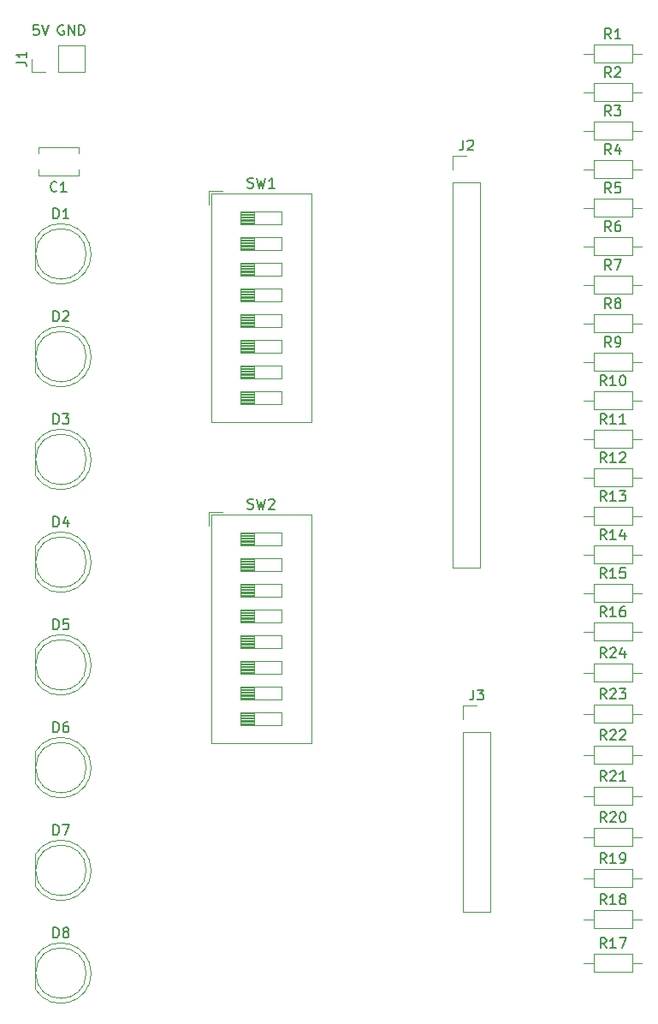
<source format=gbr>
%TF.GenerationSoftware,KiCad,Pcbnew,(5.1.12)-1*%
%TF.CreationDate,2022-08-27T08:41:51-05:00*%
%TF.ProjectId,LeProbe,4c655072-6f62-4652-9e6b-696361645f70,rev?*%
%TF.SameCoordinates,Original*%
%TF.FileFunction,Legend,Top*%
%TF.FilePolarity,Positive*%
%FSLAX46Y46*%
G04 Gerber Fmt 4.6, Leading zero omitted, Abs format (unit mm)*
G04 Created by KiCad (PCBNEW (5.1.12)-1) date 2022-08-27 08:41:51*
%MOMM*%
%LPD*%
G01*
G04 APERTURE LIST*
%ADD10C,0.150000*%
%ADD11C,0.120000*%
G04 APERTURE END LIST*
D10*
X86614095Y-32012000D02*
X86518857Y-31964380D01*
X86376000Y-31964380D01*
X86233142Y-32012000D01*
X86137904Y-32107238D01*
X86090285Y-32202476D01*
X86042666Y-32392952D01*
X86042666Y-32535809D01*
X86090285Y-32726285D01*
X86137904Y-32821523D01*
X86233142Y-32916761D01*
X86376000Y-32964380D01*
X86471238Y-32964380D01*
X86614095Y-32916761D01*
X86661714Y-32869142D01*
X86661714Y-32535809D01*
X86471238Y-32535809D01*
X87090285Y-32964380D02*
X87090285Y-31964380D01*
X87661714Y-32964380D01*
X87661714Y-31964380D01*
X88137904Y-32964380D02*
X88137904Y-31964380D01*
X88376000Y-31964380D01*
X88518857Y-32012000D01*
X88614095Y-32107238D01*
X88661714Y-32202476D01*
X88709333Y-32392952D01*
X88709333Y-32535809D01*
X88661714Y-32726285D01*
X88614095Y-32821523D01*
X88518857Y-32916761D01*
X88376000Y-32964380D01*
X88137904Y-32964380D01*
X84137523Y-31964380D02*
X83661333Y-31964380D01*
X83613714Y-32440571D01*
X83661333Y-32392952D01*
X83756571Y-32345333D01*
X83994666Y-32345333D01*
X84089904Y-32392952D01*
X84137523Y-32440571D01*
X84185142Y-32535809D01*
X84185142Y-32773904D01*
X84137523Y-32869142D01*
X84089904Y-32916761D01*
X83994666Y-32964380D01*
X83756571Y-32964380D01*
X83661333Y-32916761D01*
X83613714Y-32869142D01*
X84470857Y-31964380D02*
X84804190Y-32964380D01*
X85137523Y-31964380D01*
D11*
%TO.C,C1*%
X84106000Y-44671000D02*
X84106000Y-44046000D01*
X84106000Y-46886000D02*
X84106000Y-46261000D01*
X88146000Y-44671000D02*
X88146000Y-44046000D01*
X88146000Y-46886000D02*
X88146000Y-46261000D01*
X88146000Y-44046000D02*
X84106000Y-44046000D01*
X88146000Y-46886000D02*
X84106000Y-46886000D01*
%TO.C,D8*%
X89350000Y-125729538D02*
G75*
G02*
X83800000Y-127274830I-2990000J-462D01*
G01*
X89350000Y-125730462D02*
G75*
G03*
X83800000Y-124185170I-2990000J462D01*
G01*
X88860000Y-125730000D02*
G75*
G03*
X88860000Y-125730000I-2500000J0D01*
G01*
X83800000Y-124185000D02*
X83800000Y-127275000D01*
%TO.C,D7*%
X89350000Y-115569538D02*
G75*
G02*
X83800000Y-117114830I-2990000J-462D01*
G01*
X89350000Y-115570462D02*
G75*
G03*
X83800000Y-114025170I-2990000J462D01*
G01*
X88860000Y-115570000D02*
G75*
G03*
X88860000Y-115570000I-2500000J0D01*
G01*
X83800000Y-114025000D02*
X83800000Y-117115000D01*
%TO.C,D6*%
X83800000Y-103865000D02*
X83800000Y-106955000D01*
X88860000Y-105410000D02*
G75*
G03*
X88860000Y-105410000I-2500000J0D01*
G01*
X89350000Y-105410462D02*
G75*
G03*
X83800000Y-103865170I-2990000J462D01*
G01*
X89350000Y-105409538D02*
G75*
G02*
X83800000Y-106954830I-2990000J-462D01*
G01*
%TO.C,D5*%
X83800000Y-93705000D02*
X83800000Y-96795000D01*
X88860000Y-95250000D02*
G75*
G03*
X88860000Y-95250000I-2500000J0D01*
G01*
X89350000Y-95250462D02*
G75*
G03*
X83800000Y-93705170I-2990000J462D01*
G01*
X89350000Y-95249538D02*
G75*
G02*
X83800000Y-96794830I-2990000J-462D01*
G01*
%TO.C,D4*%
X89350000Y-85089538D02*
G75*
G02*
X83800000Y-86634830I-2990000J-462D01*
G01*
X89350000Y-85090462D02*
G75*
G03*
X83800000Y-83545170I-2990000J462D01*
G01*
X88860000Y-85090000D02*
G75*
G03*
X88860000Y-85090000I-2500000J0D01*
G01*
X83800000Y-83545000D02*
X83800000Y-86635000D01*
%TO.C,D3*%
X83800000Y-73385000D02*
X83800000Y-76475000D01*
X88860000Y-74930000D02*
G75*
G03*
X88860000Y-74930000I-2500000J0D01*
G01*
X89350000Y-74930462D02*
G75*
G03*
X83800000Y-73385170I-2990000J462D01*
G01*
X89350000Y-74929538D02*
G75*
G02*
X83800000Y-76474830I-2990000J-462D01*
G01*
%TO.C,D2*%
X89350000Y-64769538D02*
G75*
G02*
X83800000Y-66314830I-2990000J-462D01*
G01*
X89350000Y-64770462D02*
G75*
G03*
X83800000Y-63225170I-2990000J462D01*
G01*
X88860000Y-64770000D02*
G75*
G03*
X88860000Y-64770000I-2500000J0D01*
G01*
X83800000Y-63225000D02*
X83800000Y-66315000D01*
%TO.C,D1*%
X83800000Y-53065000D02*
X83800000Y-56155000D01*
X88860000Y-54610000D02*
G75*
G03*
X88860000Y-54610000I-2500000J0D01*
G01*
X89350000Y-54610462D02*
G75*
G03*
X83800000Y-53065170I-2990000J462D01*
G01*
X89350000Y-54609538D02*
G75*
G02*
X83800000Y-56154830I-2990000J-462D01*
G01*
%TO.C,J1*%
X83506000Y-36636000D02*
X83506000Y-35306000D01*
X84836000Y-36636000D02*
X83506000Y-36636000D01*
X86106000Y-36636000D02*
X86106000Y-33976000D01*
X86106000Y-33976000D02*
X88706000Y-33976000D01*
X86106000Y-36636000D02*
X88706000Y-36636000D01*
X88706000Y-36636000D02*
X88706000Y-33976000D01*
%TO.C,J2*%
X125162000Y-44898000D02*
X126492000Y-44898000D01*
X125162000Y-46228000D02*
X125162000Y-44898000D01*
X125162000Y-47498000D02*
X127822000Y-47498000D01*
X127822000Y-47498000D02*
X127822000Y-85658000D01*
X125162000Y-47498000D02*
X125162000Y-85658000D01*
X125162000Y-85658000D02*
X127822000Y-85658000D01*
%TO.C,J3*%
X126178000Y-99254000D02*
X127508000Y-99254000D01*
X126178000Y-100584000D02*
X126178000Y-99254000D01*
X126178000Y-101854000D02*
X128838000Y-101854000D01*
X128838000Y-101854000D02*
X128838000Y-119694000D01*
X126178000Y-101854000D02*
X126178000Y-119694000D01*
X126178000Y-119694000D02*
X128838000Y-119694000D01*
%TO.C,R1*%
X143840000Y-34798000D02*
X142890000Y-34798000D01*
X138100000Y-34798000D02*
X139050000Y-34798000D01*
X142890000Y-33878000D02*
X139050000Y-33878000D01*
X142890000Y-35718000D02*
X142890000Y-33878000D01*
X139050000Y-35718000D02*
X142890000Y-35718000D01*
X139050000Y-33878000D02*
X139050000Y-35718000D01*
%TO.C,R2*%
X139050000Y-37688000D02*
X139050000Y-39528000D01*
X139050000Y-39528000D02*
X142890000Y-39528000D01*
X142890000Y-39528000D02*
X142890000Y-37688000D01*
X142890000Y-37688000D02*
X139050000Y-37688000D01*
X138100000Y-38608000D02*
X139050000Y-38608000D01*
X143840000Y-38608000D02*
X142890000Y-38608000D01*
%TO.C,R3*%
X143840000Y-42418000D02*
X142890000Y-42418000D01*
X138100000Y-42418000D02*
X139050000Y-42418000D01*
X142890000Y-41498000D02*
X139050000Y-41498000D01*
X142890000Y-43338000D02*
X142890000Y-41498000D01*
X139050000Y-43338000D02*
X142890000Y-43338000D01*
X139050000Y-41498000D02*
X139050000Y-43338000D01*
%TO.C,R4*%
X139050000Y-45308000D02*
X139050000Y-47148000D01*
X139050000Y-47148000D02*
X142890000Y-47148000D01*
X142890000Y-47148000D02*
X142890000Y-45308000D01*
X142890000Y-45308000D02*
X139050000Y-45308000D01*
X138100000Y-46228000D02*
X139050000Y-46228000D01*
X143840000Y-46228000D02*
X142890000Y-46228000D01*
%TO.C,R5*%
X143840000Y-50038000D02*
X142890000Y-50038000D01*
X138100000Y-50038000D02*
X139050000Y-50038000D01*
X142890000Y-49118000D02*
X139050000Y-49118000D01*
X142890000Y-50958000D02*
X142890000Y-49118000D01*
X139050000Y-50958000D02*
X142890000Y-50958000D01*
X139050000Y-49118000D02*
X139050000Y-50958000D01*
%TO.C,R6*%
X139050000Y-52928000D02*
X139050000Y-54768000D01*
X139050000Y-54768000D02*
X142890000Y-54768000D01*
X142890000Y-54768000D02*
X142890000Y-52928000D01*
X142890000Y-52928000D02*
X139050000Y-52928000D01*
X138100000Y-53848000D02*
X139050000Y-53848000D01*
X143840000Y-53848000D02*
X142890000Y-53848000D01*
%TO.C,R7*%
X143840000Y-57658000D02*
X142890000Y-57658000D01*
X138100000Y-57658000D02*
X139050000Y-57658000D01*
X142890000Y-56738000D02*
X139050000Y-56738000D01*
X142890000Y-58578000D02*
X142890000Y-56738000D01*
X139050000Y-58578000D02*
X142890000Y-58578000D01*
X139050000Y-56738000D02*
X139050000Y-58578000D01*
%TO.C,R8*%
X139050000Y-60548000D02*
X139050000Y-62388000D01*
X139050000Y-62388000D02*
X142890000Y-62388000D01*
X142890000Y-62388000D02*
X142890000Y-60548000D01*
X142890000Y-60548000D02*
X139050000Y-60548000D01*
X138100000Y-61468000D02*
X139050000Y-61468000D01*
X143840000Y-61468000D02*
X142890000Y-61468000D01*
%TO.C,R9*%
X143840000Y-65278000D02*
X142890000Y-65278000D01*
X138100000Y-65278000D02*
X139050000Y-65278000D01*
X142890000Y-64358000D02*
X139050000Y-64358000D01*
X142890000Y-66198000D02*
X142890000Y-64358000D01*
X139050000Y-66198000D02*
X142890000Y-66198000D01*
X139050000Y-64358000D02*
X139050000Y-66198000D01*
%TO.C,R10*%
X139050000Y-68168000D02*
X139050000Y-70008000D01*
X139050000Y-70008000D02*
X142890000Y-70008000D01*
X142890000Y-70008000D02*
X142890000Y-68168000D01*
X142890000Y-68168000D02*
X139050000Y-68168000D01*
X138100000Y-69088000D02*
X139050000Y-69088000D01*
X143840000Y-69088000D02*
X142890000Y-69088000D01*
%TO.C,R11*%
X143840000Y-72898000D02*
X142890000Y-72898000D01*
X138100000Y-72898000D02*
X139050000Y-72898000D01*
X142890000Y-71978000D02*
X139050000Y-71978000D01*
X142890000Y-73818000D02*
X142890000Y-71978000D01*
X139050000Y-73818000D02*
X142890000Y-73818000D01*
X139050000Y-71978000D02*
X139050000Y-73818000D01*
%TO.C,R12*%
X139050000Y-75788000D02*
X139050000Y-77628000D01*
X139050000Y-77628000D02*
X142890000Y-77628000D01*
X142890000Y-77628000D02*
X142890000Y-75788000D01*
X142890000Y-75788000D02*
X139050000Y-75788000D01*
X138100000Y-76708000D02*
X139050000Y-76708000D01*
X143840000Y-76708000D02*
X142890000Y-76708000D01*
%TO.C,R13*%
X143840000Y-80518000D02*
X142890000Y-80518000D01*
X138100000Y-80518000D02*
X139050000Y-80518000D01*
X142890000Y-79598000D02*
X139050000Y-79598000D01*
X142890000Y-81438000D02*
X142890000Y-79598000D01*
X139050000Y-81438000D02*
X142890000Y-81438000D01*
X139050000Y-79598000D02*
X139050000Y-81438000D01*
%TO.C,R14*%
X139050000Y-83408000D02*
X139050000Y-85248000D01*
X139050000Y-85248000D02*
X142890000Y-85248000D01*
X142890000Y-85248000D02*
X142890000Y-83408000D01*
X142890000Y-83408000D02*
X139050000Y-83408000D01*
X138100000Y-84328000D02*
X139050000Y-84328000D01*
X143840000Y-84328000D02*
X142890000Y-84328000D01*
%TO.C,R15*%
X143840000Y-88138000D02*
X142890000Y-88138000D01*
X138100000Y-88138000D02*
X139050000Y-88138000D01*
X142890000Y-87218000D02*
X139050000Y-87218000D01*
X142890000Y-89058000D02*
X142890000Y-87218000D01*
X139050000Y-89058000D02*
X142890000Y-89058000D01*
X139050000Y-87218000D02*
X139050000Y-89058000D01*
%TO.C,R16*%
X139050000Y-91028000D02*
X139050000Y-92868000D01*
X139050000Y-92868000D02*
X142890000Y-92868000D01*
X142890000Y-92868000D02*
X142890000Y-91028000D01*
X142890000Y-91028000D02*
X139050000Y-91028000D01*
X138100000Y-91948000D02*
X139050000Y-91948000D01*
X143840000Y-91948000D02*
X142890000Y-91948000D01*
%TO.C,R17*%
X139050000Y-123794000D02*
X139050000Y-125634000D01*
X139050000Y-125634000D02*
X142890000Y-125634000D01*
X142890000Y-125634000D02*
X142890000Y-123794000D01*
X142890000Y-123794000D02*
X139050000Y-123794000D01*
X138100000Y-124714000D02*
X139050000Y-124714000D01*
X143840000Y-124714000D02*
X142890000Y-124714000D01*
%TO.C,R18*%
X139050000Y-119476000D02*
X139050000Y-121316000D01*
X139050000Y-121316000D02*
X142890000Y-121316000D01*
X142890000Y-121316000D02*
X142890000Y-119476000D01*
X142890000Y-119476000D02*
X139050000Y-119476000D01*
X138100000Y-120396000D02*
X139050000Y-120396000D01*
X143840000Y-120396000D02*
X142890000Y-120396000D01*
%TO.C,R19*%
X143840000Y-116332000D02*
X142890000Y-116332000D01*
X138100000Y-116332000D02*
X139050000Y-116332000D01*
X142890000Y-115412000D02*
X139050000Y-115412000D01*
X142890000Y-117252000D02*
X142890000Y-115412000D01*
X139050000Y-117252000D02*
X142890000Y-117252000D01*
X139050000Y-115412000D02*
X139050000Y-117252000D01*
%TO.C,R20*%
X139050000Y-111348000D02*
X139050000Y-113188000D01*
X139050000Y-113188000D02*
X142890000Y-113188000D01*
X142890000Y-113188000D02*
X142890000Y-111348000D01*
X142890000Y-111348000D02*
X139050000Y-111348000D01*
X138100000Y-112268000D02*
X139050000Y-112268000D01*
X143840000Y-112268000D02*
X142890000Y-112268000D01*
%TO.C,R21*%
X143840000Y-108204000D02*
X142890000Y-108204000D01*
X138100000Y-108204000D02*
X139050000Y-108204000D01*
X142890000Y-107284000D02*
X139050000Y-107284000D01*
X142890000Y-109124000D02*
X142890000Y-107284000D01*
X139050000Y-109124000D02*
X142890000Y-109124000D01*
X139050000Y-107284000D02*
X139050000Y-109124000D01*
%TO.C,R22*%
X139050000Y-103220000D02*
X139050000Y-105060000D01*
X139050000Y-105060000D02*
X142890000Y-105060000D01*
X142890000Y-105060000D02*
X142890000Y-103220000D01*
X142890000Y-103220000D02*
X139050000Y-103220000D01*
X138100000Y-104140000D02*
X139050000Y-104140000D01*
X143840000Y-104140000D02*
X142890000Y-104140000D01*
%TO.C,R23*%
X143840000Y-100076000D02*
X142890000Y-100076000D01*
X138100000Y-100076000D02*
X139050000Y-100076000D01*
X142890000Y-99156000D02*
X139050000Y-99156000D01*
X142890000Y-100996000D02*
X142890000Y-99156000D01*
X139050000Y-100996000D02*
X142890000Y-100996000D01*
X139050000Y-99156000D02*
X139050000Y-100996000D01*
%TO.C,R24*%
X143840000Y-96012000D02*
X142890000Y-96012000D01*
X138100000Y-96012000D02*
X139050000Y-96012000D01*
X142890000Y-95092000D02*
X139050000Y-95092000D01*
X142890000Y-96932000D02*
X142890000Y-95092000D01*
X139050000Y-96932000D02*
X142890000Y-96932000D01*
X139050000Y-95092000D02*
X139050000Y-96932000D01*
%TO.C,SW1*%
X101222000Y-48634000D02*
X111122000Y-48634000D01*
X101222000Y-71255000D02*
X111122000Y-71255000D01*
X101222000Y-48634000D02*
X101222000Y-71255000D01*
X111122000Y-48634000D02*
X111122000Y-71255000D01*
X100982000Y-48394000D02*
X102366000Y-48394000D01*
X100982000Y-48394000D02*
X100982000Y-49777000D01*
X104142000Y-50419000D02*
X104142000Y-51689000D01*
X104142000Y-51689000D02*
X108202000Y-51689000D01*
X108202000Y-51689000D02*
X108202000Y-50419000D01*
X108202000Y-50419000D02*
X104142000Y-50419000D01*
X104142000Y-50539000D02*
X105495333Y-50539000D01*
X104142000Y-50659000D02*
X105495333Y-50659000D01*
X104142000Y-50779000D02*
X105495333Y-50779000D01*
X104142000Y-50899000D02*
X105495333Y-50899000D01*
X104142000Y-51019000D02*
X105495333Y-51019000D01*
X104142000Y-51139000D02*
X105495333Y-51139000D01*
X104142000Y-51259000D02*
X105495333Y-51259000D01*
X104142000Y-51379000D02*
X105495333Y-51379000D01*
X104142000Y-51499000D02*
X105495333Y-51499000D01*
X104142000Y-51619000D02*
X105495333Y-51619000D01*
X105495333Y-50419000D02*
X105495333Y-51689000D01*
X104142000Y-52959000D02*
X104142000Y-54229000D01*
X104142000Y-54229000D02*
X108202000Y-54229000D01*
X108202000Y-54229000D02*
X108202000Y-52959000D01*
X108202000Y-52959000D02*
X104142000Y-52959000D01*
X104142000Y-53079000D02*
X105495333Y-53079000D01*
X104142000Y-53199000D02*
X105495333Y-53199000D01*
X104142000Y-53319000D02*
X105495333Y-53319000D01*
X104142000Y-53439000D02*
X105495333Y-53439000D01*
X104142000Y-53559000D02*
X105495333Y-53559000D01*
X104142000Y-53679000D02*
X105495333Y-53679000D01*
X104142000Y-53799000D02*
X105495333Y-53799000D01*
X104142000Y-53919000D02*
X105495333Y-53919000D01*
X104142000Y-54039000D02*
X105495333Y-54039000D01*
X104142000Y-54159000D02*
X105495333Y-54159000D01*
X105495333Y-52959000D02*
X105495333Y-54229000D01*
X104142000Y-55499000D02*
X104142000Y-56769000D01*
X104142000Y-56769000D02*
X108202000Y-56769000D01*
X108202000Y-56769000D02*
X108202000Y-55499000D01*
X108202000Y-55499000D02*
X104142000Y-55499000D01*
X104142000Y-55619000D02*
X105495333Y-55619000D01*
X104142000Y-55739000D02*
X105495333Y-55739000D01*
X104142000Y-55859000D02*
X105495333Y-55859000D01*
X104142000Y-55979000D02*
X105495333Y-55979000D01*
X104142000Y-56099000D02*
X105495333Y-56099000D01*
X104142000Y-56219000D02*
X105495333Y-56219000D01*
X104142000Y-56339000D02*
X105495333Y-56339000D01*
X104142000Y-56459000D02*
X105495333Y-56459000D01*
X104142000Y-56579000D02*
X105495333Y-56579000D01*
X104142000Y-56699000D02*
X105495333Y-56699000D01*
X105495333Y-55499000D02*
X105495333Y-56769000D01*
X104142000Y-58039000D02*
X104142000Y-59309000D01*
X104142000Y-59309000D02*
X108202000Y-59309000D01*
X108202000Y-59309000D02*
X108202000Y-58039000D01*
X108202000Y-58039000D02*
X104142000Y-58039000D01*
X104142000Y-58159000D02*
X105495333Y-58159000D01*
X104142000Y-58279000D02*
X105495333Y-58279000D01*
X104142000Y-58399000D02*
X105495333Y-58399000D01*
X104142000Y-58519000D02*
X105495333Y-58519000D01*
X104142000Y-58639000D02*
X105495333Y-58639000D01*
X104142000Y-58759000D02*
X105495333Y-58759000D01*
X104142000Y-58879000D02*
X105495333Y-58879000D01*
X104142000Y-58999000D02*
X105495333Y-58999000D01*
X104142000Y-59119000D02*
X105495333Y-59119000D01*
X104142000Y-59239000D02*
X105495333Y-59239000D01*
X105495333Y-58039000D02*
X105495333Y-59309000D01*
X104142000Y-60579000D02*
X104142000Y-61849000D01*
X104142000Y-61849000D02*
X108202000Y-61849000D01*
X108202000Y-61849000D02*
X108202000Y-60579000D01*
X108202000Y-60579000D02*
X104142000Y-60579000D01*
X104142000Y-60699000D02*
X105495333Y-60699000D01*
X104142000Y-60819000D02*
X105495333Y-60819000D01*
X104142000Y-60939000D02*
X105495333Y-60939000D01*
X104142000Y-61059000D02*
X105495333Y-61059000D01*
X104142000Y-61179000D02*
X105495333Y-61179000D01*
X104142000Y-61299000D02*
X105495333Y-61299000D01*
X104142000Y-61419000D02*
X105495333Y-61419000D01*
X104142000Y-61539000D02*
X105495333Y-61539000D01*
X104142000Y-61659000D02*
X105495333Y-61659000D01*
X104142000Y-61779000D02*
X105495333Y-61779000D01*
X105495333Y-60579000D02*
X105495333Y-61849000D01*
X104142000Y-63119000D02*
X104142000Y-64389000D01*
X104142000Y-64389000D02*
X108202000Y-64389000D01*
X108202000Y-64389000D02*
X108202000Y-63119000D01*
X108202000Y-63119000D02*
X104142000Y-63119000D01*
X104142000Y-63239000D02*
X105495333Y-63239000D01*
X104142000Y-63359000D02*
X105495333Y-63359000D01*
X104142000Y-63479000D02*
X105495333Y-63479000D01*
X104142000Y-63599000D02*
X105495333Y-63599000D01*
X104142000Y-63719000D02*
X105495333Y-63719000D01*
X104142000Y-63839000D02*
X105495333Y-63839000D01*
X104142000Y-63959000D02*
X105495333Y-63959000D01*
X104142000Y-64079000D02*
X105495333Y-64079000D01*
X104142000Y-64199000D02*
X105495333Y-64199000D01*
X104142000Y-64319000D02*
X105495333Y-64319000D01*
X105495333Y-63119000D02*
X105495333Y-64389000D01*
X104142000Y-65659000D02*
X104142000Y-66929000D01*
X104142000Y-66929000D02*
X108202000Y-66929000D01*
X108202000Y-66929000D02*
X108202000Y-65659000D01*
X108202000Y-65659000D02*
X104142000Y-65659000D01*
X104142000Y-65779000D02*
X105495333Y-65779000D01*
X104142000Y-65899000D02*
X105495333Y-65899000D01*
X104142000Y-66019000D02*
X105495333Y-66019000D01*
X104142000Y-66139000D02*
X105495333Y-66139000D01*
X104142000Y-66259000D02*
X105495333Y-66259000D01*
X104142000Y-66379000D02*
X105495333Y-66379000D01*
X104142000Y-66499000D02*
X105495333Y-66499000D01*
X104142000Y-66619000D02*
X105495333Y-66619000D01*
X104142000Y-66739000D02*
X105495333Y-66739000D01*
X104142000Y-66859000D02*
X105495333Y-66859000D01*
X105495333Y-65659000D02*
X105495333Y-66929000D01*
X104142000Y-68199000D02*
X104142000Y-69469000D01*
X104142000Y-69469000D02*
X108202000Y-69469000D01*
X108202000Y-69469000D02*
X108202000Y-68199000D01*
X108202000Y-68199000D02*
X104142000Y-68199000D01*
X104142000Y-68319000D02*
X105495333Y-68319000D01*
X104142000Y-68439000D02*
X105495333Y-68439000D01*
X104142000Y-68559000D02*
X105495333Y-68559000D01*
X104142000Y-68679000D02*
X105495333Y-68679000D01*
X104142000Y-68799000D02*
X105495333Y-68799000D01*
X104142000Y-68919000D02*
X105495333Y-68919000D01*
X104142000Y-69039000D02*
X105495333Y-69039000D01*
X104142000Y-69159000D02*
X105495333Y-69159000D01*
X104142000Y-69279000D02*
X105495333Y-69279000D01*
X104142000Y-69399000D02*
X105495333Y-69399000D01*
X105495333Y-68199000D02*
X105495333Y-69469000D01*
%TO.C,SW2*%
X105495333Y-99949000D02*
X105495333Y-101219000D01*
X104142000Y-101149000D02*
X105495333Y-101149000D01*
X104142000Y-101029000D02*
X105495333Y-101029000D01*
X104142000Y-100909000D02*
X105495333Y-100909000D01*
X104142000Y-100789000D02*
X105495333Y-100789000D01*
X104142000Y-100669000D02*
X105495333Y-100669000D01*
X104142000Y-100549000D02*
X105495333Y-100549000D01*
X104142000Y-100429000D02*
X105495333Y-100429000D01*
X104142000Y-100309000D02*
X105495333Y-100309000D01*
X104142000Y-100189000D02*
X105495333Y-100189000D01*
X104142000Y-100069000D02*
X105495333Y-100069000D01*
X108202000Y-99949000D02*
X104142000Y-99949000D01*
X108202000Y-101219000D02*
X108202000Y-99949000D01*
X104142000Y-101219000D02*
X108202000Y-101219000D01*
X104142000Y-99949000D02*
X104142000Y-101219000D01*
X105495333Y-97409000D02*
X105495333Y-98679000D01*
X104142000Y-98609000D02*
X105495333Y-98609000D01*
X104142000Y-98489000D02*
X105495333Y-98489000D01*
X104142000Y-98369000D02*
X105495333Y-98369000D01*
X104142000Y-98249000D02*
X105495333Y-98249000D01*
X104142000Y-98129000D02*
X105495333Y-98129000D01*
X104142000Y-98009000D02*
X105495333Y-98009000D01*
X104142000Y-97889000D02*
X105495333Y-97889000D01*
X104142000Y-97769000D02*
X105495333Y-97769000D01*
X104142000Y-97649000D02*
X105495333Y-97649000D01*
X104142000Y-97529000D02*
X105495333Y-97529000D01*
X108202000Y-97409000D02*
X104142000Y-97409000D01*
X108202000Y-98679000D02*
X108202000Y-97409000D01*
X104142000Y-98679000D02*
X108202000Y-98679000D01*
X104142000Y-97409000D02*
X104142000Y-98679000D01*
X105495333Y-94869000D02*
X105495333Y-96139000D01*
X104142000Y-96069000D02*
X105495333Y-96069000D01*
X104142000Y-95949000D02*
X105495333Y-95949000D01*
X104142000Y-95829000D02*
X105495333Y-95829000D01*
X104142000Y-95709000D02*
X105495333Y-95709000D01*
X104142000Y-95589000D02*
X105495333Y-95589000D01*
X104142000Y-95469000D02*
X105495333Y-95469000D01*
X104142000Y-95349000D02*
X105495333Y-95349000D01*
X104142000Y-95229000D02*
X105495333Y-95229000D01*
X104142000Y-95109000D02*
X105495333Y-95109000D01*
X104142000Y-94989000D02*
X105495333Y-94989000D01*
X108202000Y-94869000D02*
X104142000Y-94869000D01*
X108202000Y-96139000D02*
X108202000Y-94869000D01*
X104142000Y-96139000D02*
X108202000Y-96139000D01*
X104142000Y-94869000D02*
X104142000Y-96139000D01*
X105495333Y-92329000D02*
X105495333Y-93599000D01*
X104142000Y-93529000D02*
X105495333Y-93529000D01*
X104142000Y-93409000D02*
X105495333Y-93409000D01*
X104142000Y-93289000D02*
X105495333Y-93289000D01*
X104142000Y-93169000D02*
X105495333Y-93169000D01*
X104142000Y-93049000D02*
X105495333Y-93049000D01*
X104142000Y-92929000D02*
X105495333Y-92929000D01*
X104142000Y-92809000D02*
X105495333Y-92809000D01*
X104142000Y-92689000D02*
X105495333Y-92689000D01*
X104142000Y-92569000D02*
X105495333Y-92569000D01*
X104142000Y-92449000D02*
X105495333Y-92449000D01*
X108202000Y-92329000D02*
X104142000Y-92329000D01*
X108202000Y-93599000D02*
X108202000Y-92329000D01*
X104142000Y-93599000D02*
X108202000Y-93599000D01*
X104142000Y-92329000D02*
X104142000Y-93599000D01*
X105495333Y-89789000D02*
X105495333Y-91059000D01*
X104142000Y-90989000D02*
X105495333Y-90989000D01*
X104142000Y-90869000D02*
X105495333Y-90869000D01*
X104142000Y-90749000D02*
X105495333Y-90749000D01*
X104142000Y-90629000D02*
X105495333Y-90629000D01*
X104142000Y-90509000D02*
X105495333Y-90509000D01*
X104142000Y-90389000D02*
X105495333Y-90389000D01*
X104142000Y-90269000D02*
X105495333Y-90269000D01*
X104142000Y-90149000D02*
X105495333Y-90149000D01*
X104142000Y-90029000D02*
X105495333Y-90029000D01*
X104142000Y-89909000D02*
X105495333Y-89909000D01*
X108202000Y-89789000D02*
X104142000Y-89789000D01*
X108202000Y-91059000D02*
X108202000Y-89789000D01*
X104142000Y-91059000D02*
X108202000Y-91059000D01*
X104142000Y-89789000D02*
X104142000Y-91059000D01*
X105495333Y-87249000D02*
X105495333Y-88519000D01*
X104142000Y-88449000D02*
X105495333Y-88449000D01*
X104142000Y-88329000D02*
X105495333Y-88329000D01*
X104142000Y-88209000D02*
X105495333Y-88209000D01*
X104142000Y-88089000D02*
X105495333Y-88089000D01*
X104142000Y-87969000D02*
X105495333Y-87969000D01*
X104142000Y-87849000D02*
X105495333Y-87849000D01*
X104142000Y-87729000D02*
X105495333Y-87729000D01*
X104142000Y-87609000D02*
X105495333Y-87609000D01*
X104142000Y-87489000D02*
X105495333Y-87489000D01*
X104142000Y-87369000D02*
X105495333Y-87369000D01*
X108202000Y-87249000D02*
X104142000Y-87249000D01*
X108202000Y-88519000D02*
X108202000Y-87249000D01*
X104142000Y-88519000D02*
X108202000Y-88519000D01*
X104142000Y-87249000D02*
X104142000Y-88519000D01*
X105495333Y-84709000D02*
X105495333Y-85979000D01*
X104142000Y-85909000D02*
X105495333Y-85909000D01*
X104142000Y-85789000D02*
X105495333Y-85789000D01*
X104142000Y-85669000D02*
X105495333Y-85669000D01*
X104142000Y-85549000D02*
X105495333Y-85549000D01*
X104142000Y-85429000D02*
X105495333Y-85429000D01*
X104142000Y-85309000D02*
X105495333Y-85309000D01*
X104142000Y-85189000D02*
X105495333Y-85189000D01*
X104142000Y-85069000D02*
X105495333Y-85069000D01*
X104142000Y-84949000D02*
X105495333Y-84949000D01*
X104142000Y-84829000D02*
X105495333Y-84829000D01*
X108202000Y-84709000D02*
X104142000Y-84709000D01*
X108202000Y-85979000D02*
X108202000Y-84709000D01*
X104142000Y-85979000D02*
X108202000Y-85979000D01*
X104142000Y-84709000D02*
X104142000Y-85979000D01*
X105495333Y-82169000D02*
X105495333Y-83439000D01*
X104142000Y-83369000D02*
X105495333Y-83369000D01*
X104142000Y-83249000D02*
X105495333Y-83249000D01*
X104142000Y-83129000D02*
X105495333Y-83129000D01*
X104142000Y-83009000D02*
X105495333Y-83009000D01*
X104142000Y-82889000D02*
X105495333Y-82889000D01*
X104142000Y-82769000D02*
X105495333Y-82769000D01*
X104142000Y-82649000D02*
X105495333Y-82649000D01*
X104142000Y-82529000D02*
X105495333Y-82529000D01*
X104142000Y-82409000D02*
X105495333Y-82409000D01*
X104142000Y-82289000D02*
X105495333Y-82289000D01*
X108202000Y-82169000D02*
X104142000Y-82169000D01*
X108202000Y-83439000D02*
X108202000Y-82169000D01*
X104142000Y-83439000D02*
X108202000Y-83439000D01*
X104142000Y-82169000D02*
X104142000Y-83439000D01*
X100982000Y-80144000D02*
X100982000Y-81527000D01*
X100982000Y-80144000D02*
X102366000Y-80144000D01*
X111122000Y-80384000D02*
X111122000Y-103005000D01*
X101222000Y-80384000D02*
X101222000Y-103005000D01*
X101222000Y-103005000D02*
X111122000Y-103005000D01*
X101222000Y-80384000D02*
X111122000Y-80384000D01*
%TO.C,C1*%
D10*
X85959333Y-48373142D02*
X85911714Y-48420761D01*
X85768857Y-48468380D01*
X85673619Y-48468380D01*
X85530761Y-48420761D01*
X85435523Y-48325523D01*
X85387904Y-48230285D01*
X85340285Y-48039809D01*
X85340285Y-47896952D01*
X85387904Y-47706476D01*
X85435523Y-47611238D01*
X85530761Y-47516000D01*
X85673619Y-47468380D01*
X85768857Y-47468380D01*
X85911714Y-47516000D01*
X85959333Y-47563619D01*
X86911714Y-48468380D02*
X86340285Y-48468380D01*
X86626000Y-48468380D02*
X86626000Y-47468380D01*
X86530761Y-47611238D01*
X86435523Y-47706476D01*
X86340285Y-47754095D01*
%TO.C,D8*%
X85621904Y-122222380D02*
X85621904Y-121222380D01*
X85860000Y-121222380D01*
X86002857Y-121270000D01*
X86098095Y-121365238D01*
X86145714Y-121460476D01*
X86193333Y-121650952D01*
X86193333Y-121793809D01*
X86145714Y-121984285D01*
X86098095Y-122079523D01*
X86002857Y-122174761D01*
X85860000Y-122222380D01*
X85621904Y-122222380D01*
X86764761Y-121650952D02*
X86669523Y-121603333D01*
X86621904Y-121555714D01*
X86574285Y-121460476D01*
X86574285Y-121412857D01*
X86621904Y-121317619D01*
X86669523Y-121270000D01*
X86764761Y-121222380D01*
X86955238Y-121222380D01*
X87050476Y-121270000D01*
X87098095Y-121317619D01*
X87145714Y-121412857D01*
X87145714Y-121460476D01*
X87098095Y-121555714D01*
X87050476Y-121603333D01*
X86955238Y-121650952D01*
X86764761Y-121650952D01*
X86669523Y-121698571D01*
X86621904Y-121746190D01*
X86574285Y-121841428D01*
X86574285Y-122031904D01*
X86621904Y-122127142D01*
X86669523Y-122174761D01*
X86764761Y-122222380D01*
X86955238Y-122222380D01*
X87050476Y-122174761D01*
X87098095Y-122127142D01*
X87145714Y-122031904D01*
X87145714Y-121841428D01*
X87098095Y-121746190D01*
X87050476Y-121698571D01*
X86955238Y-121650952D01*
%TO.C,D7*%
X85621904Y-112062380D02*
X85621904Y-111062380D01*
X85860000Y-111062380D01*
X86002857Y-111110000D01*
X86098095Y-111205238D01*
X86145714Y-111300476D01*
X86193333Y-111490952D01*
X86193333Y-111633809D01*
X86145714Y-111824285D01*
X86098095Y-111919523D01*
X86002857Y-112014761D01*
X85860000Y-112062380D01*
X85621904Y-112062380D01*
X86526666Y-111062380D02*
X87193333Y-111062380D01*
X86764761Y-112062380D01*
%TO.C,D6*%
X85621904Y-101902380D02*
X85621904Y-100902380D01*
X85860000Y-100902380D01*
X86002857Y-100950000D01*
X86098095Y-101045238D01*
X86145714Y-101140476D01*
X86193333Y-101330952D01*
X86193333Y-101473809D01*
X86145714Y-101664285D01*
X86098095Y-101759523D01*
X86002857Y-101854761D01*
X85860000Y-101902380D01*
X85621904Y-101902380D01*
X87050476Y-100902380D02*
X86860000Y-100902380D01*
X86764761Y-100950000D01*
X86717142Y-100997619D01*
X86621904Y-101140476D01*
X86574285Y-101330952D01*
X86574285Y-101711904D01*
X86621904Y-101807142D01*
X86669523Y-101854761D01*
X86764761Y-101902380D01*
X86955238Y-101902380D01*
X87050476Y-101854761D01*
X87098095Y-101807142D01*
X87145714Y-101711904D01*
X87145714Y-101473809D01*
X87098095Y-101378571D01*
X87050476Y-101330952D01*
X86955238Y-101283333D01*
X86764761Y-101283333D01*
X86669523Y-101330952D01*
X86621904Y-101378571D01*
X86574285Y-101473809D01*
%TO.C,D5*%
X85621904Y-91742380D02*
X85621904Y-90742380D01*
X85860000Y-90742380D01*
X86002857Y-90790000D01*
X86098095Y-90885238D01*
X86145714Y-90980476D01*
X86193333Y-91170952D01*
X86193333Y-91313809D01*
X86145714Y-91504285D01*
X86098095Y-91599523D01*
X86002857Y-91694761D01*
X85860000Y-91742380D01*
X85621904Y-91742380D01*
X87098095Y-90742380D02*
X86621904Y-90742380D01*
X86574285Y-91218571D01*
X86621904Y-91170952D01*
X86717142Y-91123333D01*
X86955238Y-91123333D01*
X87050476Y-91170952D01*
X87098095Y-91218571D01*
X87145714Y-91313809D01*
X87145714Y-91551904D01*
X87098095Y-91647142D01*
X87050476Y-91694761D01*
X86955238Y-91742380D01*
X86717142Y-91742380D01*
X86621904Y-91694761D01*
X86574285Y-91647142D01*
%TO.C,D4*%
X85621904Y-81582380D02*
X85621904Y-80582380D01*
X85860000Y-80582380D01*
X86002857Y-80630000D01*
X86098095Y-80725238D01*
X86145714Y-80820476D01*
X86193333Y-81010952D01*
X86193333Y-81153809D01*
X86145714Y-81344285D01*
X86098095Y-81439523D01*
X86002857Y-81534761D01*
X85860000Y-81582380D01*
X85621904Y-81582380D01*
X87050476Y-80915714D02*
X87050476Y-81582380D01*
X86812380Y-80534761D02*
X86574285Y-81249047D01*
X87193333Y-81249047D01*
%TO.C,D3*%
X85621904Y-71422380D02*
X85621904Y-70422380D01*
X85860000Y-70422380D01*
X86002857Y-70470000D01*
X86098095Y-70565238D01*
X86145714Y-70660476D01*
X86193333Y-70850952D01*
X86193333Y-70993809D01*
X86145714Y-71184285D01*
X86098095Y-71279523D01*
X86002857Y-71374761D01*
X85860000Y-71422380D01*
X85621904Y-71422380D01*
X86526666Y-70422380D02*
X87145714Y-70422380D01*
X86812380Y-70803333D01*
X86955238Y-70803333D01*
X87050476Y-70850952D01*
X87098095Y-70898571D01*
X87145714Y-70993809D01*
X87145714Y-71231904D01*
X87098095Y-71327142D01*
X87050476Y-71374761D01*
X86955238Y-71422380D01*
X86669523Y-71422380D01*
X86574285Y-71374761D01*
X86526666Y-71327142D01*
%TO.C,D2*%
X85621904Y-61262380D02*
X85621904Y-60262380D01*
X85860000Y-60262380D01*
X86002857Y-60310000D01*
X86098095Y-60405238D01*
X86145714Y-60500476D01*
X86193333Y-60690952D01*
X86193333Y-60833809D01*
X86145714Y-61024285D01*
X86098095Y-61119523D01*
X86002857Y-61214761D01*
X85860000Y-61262380D01*
X85621904Y-61262380D01*
X86574285Y-60357619D02*
X86621904Y-60310000D01*
X86717142Y-60262380D01*
X86955238Y-60262380D01*
X87050476Y-60310000D01*
X87098095Y-60357619D01*
X87145714Y-60452857D01*
X87145714Y-60548095D01*
X87098095Y-60690952D01*
X86526666Y-61262380D01*
X87145714Y-61262380D01*
%TO.C,D1*%
X85621904Y-51102380D02*
X85621904Y-50102380D01*
X85860000Y-50102380D01*
X86002857Y-50150000D01*
X86098095Y-50245238D01*
X86145714Y-50340476D01*
X86193333Y-50530952D01*
X86193333Y-50673809D01*
X86145714Y-50864285D01*
X86098095Y-50959523D01*
X86002857Y-51054761D01*
X85860000Y-51102380D01*
X85621904Y-51102380D01*
X87145714Y-51102380D02*
X86574285Y-51102380D01*
X86860000Y-51102380D02*
X86860000Y-50102380D01*
X86764761Y-50245238D01*
X86669523Y-50340476D01*
X86574285Y-50388095D01*
%TO.C,J1*%
X81958380Y-35639333D02*
X82672666Y-35639333D01*
X82815523Y-35686952D01*
X82910761Y-35782190D01*
X82958380Y-35925047D01*
X82958380Y-36020285D01*
X82958380Y-34639333D02*
X82958380Y-35210761D01*
X82958380Y-34925047D02*
X81958380Y-34925047D01*
X82101238Y-35020285D01*
X82196476Y-35115523D01*
X82244095Y-35210761D01*
%TO.C,J2*%
X126158666Y-43350380D02*
X126158666Y-44064666D01*
X126111047Y-44207523D01*
X126015809Y-44302761D01*
X125872952Y-44350380D01*
X125777714Y-44350380D01*
X126587238Y-43445619D02*
X126634857Y-43398000D01*
X126730095Y-43350380D01*
X126968190Y-43350380D01*
X127063428Y-43398000D01*
X127111047Y-43445619D01*
X127158666Y-43540857D01*
X127158666Y-43636095D01*
X127111047Y-43778952D01*
X126539619Y-44350380D01*
X127158666Y-44350380D01*
%TO.C,J3*%
X127174666Y-97706380D02*
X127174666Y-98420666D01*
X127127047Y-98563523D01*
X127031809Y-98658761D01*
X126888952Y-98706380D01*
X126793714Y-98706380D01*
X127555619Y-97706380D02*
X128174666Y-97706380D01*
X127841333Y-98087333D01*
X127984190Y-98087333D01*
X128079428Y-98134952D01*
X128127047Y-98182571D01*
X128174666Y-98277809D01*
X128174666Y-98515904D01*
X128127047Y-98611142D01*
X128079428Y-98658761D01*
X127984190Y-98706380D01*
X127698476Y-98706380D01*
X127603238Y-98658761D01*
X127555619Y-98611142D01*
%TO.C,R1*%
X140803333Y-33330380D02*
X140470000Y-32854190D01*
X140231904Y-33330380D02*
X140231904Y-32330380D01*
X140612857Y-32330380D01*
X140708095Y-32378000D01*
X140755714Y-32425619D01*
X140803333Y-32520857D01*
X140803333Y-32663714D01*
X140755714Y-32758952D01*
X140708095Y-32806571D01*
X140612857Y-32854190D01*
X140231904Y-32854190D01*
X141755714Y-33330380D02*
X141184285Y-33330380D01*
X141470000Y-33330380D02*
X141470000Y-32330380D01*
X141374761Y-32473238D01*
X141279523Y-32568476D01*
X141184285Y-32616095D01*
%TO.C,R2*%
X140803333Y-37140380D02*
X140470000Y-36664190D01*
X140231904Y-37140380D02*
X140231904Y-36140380D01*
X140612857Y-36140380D01*
X140708095Y-36188000D01*
X140755714Y-36235619D01*
X140803333Y-36330857D01*
X140803333Y-36473714D01*
X140755714Y-36568952D01*
X140708095Y-36616571D01*
X140612857Y-36664190D01*
X140231904Y-36664190D01*
X141184285Y-36235619D02*
X141231904Y-36188000D01*
X141327142Y-36140380D01*
X141565238Y-36140380D01*
X141660476Y-36188000D01*
X141708095Y-36235619D01*
X141755714Y-36330857D01*
X141755714Y-36426095D01*
X141708095Y-36568952D01*
X141136666Y-37140380D01*
X141755714Y-37140380D01*
%TO.C,R3*%
X140803333Y-40950380D02*
X140470000Y-40474190D01*
X140231904Y-40950380D02*
X140231904Y-39950380D01*
X140612857Y-39950380D01*
X140708095Y-39998000D01*
X140755714Y-40045619D01*
X140803333Y-40140857D01*
X140803333Y-40283714D01*
X140755714Y-40378952D01*
X140708095Y-40426571D01*
X140612857Y-40474190D01*
X140231904Y-40474190D01*
X141136666Y-39950380D02*
X141755714Y-39950380D01*
X141422380Y-40331333D01*
X141565238Y-40331333D01*
X141660476Y-40378952D01*
X141708095Y-40426571D01*
X141755714Y-40521809D01*
X141755714Y-40759904D01*
X141708095Y-40855142D01*
X141660476Y-40902761D01*
X141565238Y-40950380D01*
X141279523Y-40950380D01*
X141184285Y-40902761D01*
X141136666Y-40855142D01*
%TO.C,R4*%
X140803333Y-44760380D02*
X140470000Y-44284190D01*
X140231904Y-44760380D02*
X140231904Y-43760380D01*
X140612857Y-43760380D01*
X140708095Y-43808000D01*
X140755714Y-43855619D01*
X140803333Y-43950857D01*
X140803333Y-44093714D01*
X140755714Y-44188952D01*
X140708095Y-44236571D01*
X140612857Y-44284190D01*
X140231904Y-44284190D01*
X141660476Y-44093714D02*
X141660476Y-44760380D01*
X141422380Y-43712761D02*
X141184285Y-44427047D01*
X141803333Y-44427047D01*
%TO.C,R5*%
X140803333Y-48570380D02*
X140470000Y-48094190D01*
X140231904Y-48570380D02*
X140231904Y-47570380D01*
X140612857Y-47570380D01*
X140708095Y-47618000D01*
X140755714Y-47665619D01*
X140803333Y-47760857D01*
X140803333Y-47903714D01*
X140755714Y-47998952D01*
X140708095Y-48046571D01*
X140612857Y-48094190D01*
X140231904Y-48094190D01*
X141708095Y-47570380D02*
X141231904Y-47570380D01*
X141184285Y-48046571D01*
X141231904Y-47998952D01*
X141327142Y-47951333D01*
X141565238Y-47951333D01*
X141660476Y-47998952D01*
X141708095Y-48046571D01*
X141755714Y-48141809D01*
X141755714Y-48379904D01*
X141708095Y-48475142D01*
X141660476Y-48522761D01*
X141565238Y-48570380D01*
X141327142Y-48570380D01*
X141231904Y-48522761D01*
X141184285Y-48475142D01*
%TO.C,R6*%
X140803333Y-52380380D02*
X140470000Y-51904190D01*
X140231904Y-52380380D02*
X140231904Y-51380380D01*
X140612857Y-51380380D01*
X140708095Y-51428000D01*
X140755714Y-51475619D01*
X140803333Y-51570857D01*
X140803333Y-51713714D01*
X140755714Y-51808952D01*
X140708095Y-51856571D01*
X140612857Y-51904190D01*
X140231904Y-51904190D01*
X141660476Y-51380380D02*
X141470000Y-51380380D01*
X141374761Y-51428000D01*
X141327142Y-51475619D01*
X141231904Y-51618476D01*
X141184285Y-51808952D01*
X141184285Y-52189904D01*
X141231904Y-52285142D01*
X141279523Y-52332761D01*
X141374761Y-52380380D01*
X141565238Y-52380380D01*
X141660476Y-52332761D01*
X141708095Y-52285142D01*
X141755714Y-52189904D01*
X141755714Y-51951809D01*
X141708095Y-51856571D01*
X141660476Y-51808952D01*
X141565238Y-51761333D01*
X141374761Y-51761333D01*
X141279523Y-51808952D01*
X141231904Y-51856571D01*
X141184285Y-51951809D01*
%TO.C,R7*%
X140803333Y-56190380D02*
X140470000Y-55714190D01*
X140231904Y-56190380D02*
X140231904Y-55190380D01*
X140612857Y-55190380D01*
X140708095Y-55238000D01*
X140755714Y-55285619D01*
X140803333Y-55380857D01*
X140803333Y-55523714D01*
X140755714Y-55618952D01*
X140708095Y-55666571D01*
X140612857Y-55714190D01*
X140231904Y-55714190D01*
X141136666Y-55190380D02*
X141803333Y-55190380D01*
X141374761Y-56190380D01*
%TO.C,R8*%
X140803333Y-60000380D02*
X140470000Y-59524190D01*
X140231904Y-60000380D02*
X140231904Y-59000380D01*
X140612857Y-59000380D01*
X140708095Y-59048000D01*
X140755714Y-59095619D01*
X140803333Y-59190857D01*
X140803333Y-59333714D01*
X140755714Y-59428952D01*
X140708095Y-59476571D01*
X140612857Y-59524190D01*
X140231904Y-59524190D01*
X141374761Y-59428952D02*
X141279523Y-59381333D01*
X141231904Y-59333714D01*
X141184285Y-59238476D01*
X141184285Y-59190857D01*
X141231904Y-59095619D01*
X141279523Y-59048000D01*
X141374761Y-59000380D01*
X141565238Y-59000380D01*
X141660476Y-59048000D01*
X141708095Y-59095619D01*
X141755714Y-59190857D01*
X141755714Y-59238476D01*
X141708095Y-59333714D01*
X141660476Y-59381333D01*
X141565238Y-59428952D01*
X141374761Y-59428952D01*
X141279523Y-59476571D01*
X141231904Y-59524190D01*
X141184285Y-59619428D01*
X141184285Y-59809904D01*
X141231904Y-59905142D01*
X141279523Y-59952761D01*
X141374761Y-60000380D01*
X141565238Y-60000380D01*
X141660476Y-59952761D01*
X141708095Y-59905142D01*
X141755714Y-59809904D01*
X141755714Y-59619428D01*
X141708095Y-59524190D01*
X141660476Y-59476571D01*
X141565238Y-59428952D01*
%TO.C,R9*%
X140803333Y-63810380D02*
X140470000Y-63334190D01*
X140231904Y-63810380D02*
X140231904Y-62810380D01*
X140612857Y-62810380D01*
X140708095Y-62858000D01*
X140755714Y-62905619D01*
X140803333Y-63000857D01*
X140803333Y-63143714D01*
X140755714Y-63238952D01*
X140708095Y-63286571D01*
X140612857Y-63334190D01*
X140231904Y-63334190D01*
X141279523Y-63810380D02*
X141470000Y-63810380D01*
X141565238Y-63762761D01*
X141612857Y-63715142D01*
X141708095Y-63572285D01*
X141755714Y-63381809D01*
X141755714Y-63000857D01*
X141708095Y-62905619D01*
X141660476Y-62858000D01*
X141565238Y-62810380D01*
X141374761Y-62810380D01*
X141279523Y-62858000D01*
X141231904Y-62905619D01*
X141184285Y-63000857D01*
X141184285Y-63238952D01*
X141231904Y-63334190D01*
X141279523Y-63381809D01*
X141374761Y-63429428D01*
X141565238Y-63429428D01*
X141660476Y-63381809D01*
X141708095Y-63334190D01*
X141755714Y-63238952D01*
%TO.C,R10*%
X140327142Y-67620380D02*
X139993809Y-67144190D01*
X139755714Y-67620380D02*
X139755714Y-66620380D01*
X140136666Y-66620380D01*
X140231904Y-66668000D01*
X140279523Y-66715619D01*
X140327142Y-66810857D01*
X140327142Y-66953714D01*
X140279523Y-67048952D01*
X140231904Y-67096571D01*
X140136666Y-67144190D01*
X139755714Y-67144190D01*
X141279523Y-67620380D02*
X140708095Y-67620380D01*
X140993809Y-67620380D02*
X140993809Y-66620380D01*
X140898571Y-66763238D01*
X140803333Y-66858476D01*
X140708095Y-66906095D01*
X141898571Y-66620380D02*
X141993809Y-66620380D01*
X142089047Y-66668000D01*
X142136666Y-66715619D01*
X142184285Y-66810857D01*
X142231904Y-67001333D01*
X142231904Y-67239428D01*
X142184285Y-67429904D01*
X142136666Y-67525142D01*
X142089047Y-67572761D01*
X141993809Y-67620380D01*
X141898571Y-67620380D01*
X141803333Y-67572761D01*
X141755714Y-67525142D01*
X141708095Y-67429904D01*
X141660476Y-67239428D01*
X141660476Y-67001333D01*
X141708095Y-66810857D01*
X141755714Y-66715619D01*
X141803333Y-66668000D01*
X141898571Y-66620380D01*
%TO.C,R11*%
X140327142Y-71430380D02*
X139993809Y-70954190D01*
X139755714Y-71430380D02*
X139755714Y-70430380D01*
X140136666Y-70430380D01*
X140231904Y-70478000D01*
X140279523Y-70525619D01*
X140327142Y-70620857D01*
X140327142Y-70763714D01*
X140279523Y-70858952D01*
X140231904Y-70906571D01*
X140136666Y-70954190D01*
X139755714Y-70954190D01*
X141279523Y-71430380D02*
X140708095Y-71430380D01*
X140993809Y-71430380D02*
X140993809Y-70430380D01*
X140898571Y-70573238D01*
X140803333Y-70668476D01*
X140708095Y-70716095D01*
X142231904Y-71430380D02*
X141660476Y-71430380D01*
X141946190Y-71430380D02*
X141946190Y-70430380D01*
X141850952Y-70573238D01*
X141755714Y-70668476D01*
X141660476Y-70716095D01*
%TO.C,R12*%
X140327142Y-75240380D02*
X139993809Y-74764190D01*
X139755714Y-75240380D02*
X139755714Y-74240380D01*
X140136666Y-74240380D01*
X140231904Y-74288000D01*
X140279523Y-74335619D01*
X140327142Y-74430857D01*
X140327142Y-74573714D01*
X140279523Y-74668952D01*
X140231904Y-74716571D01*
X140136666Y-74764190D01*
X139755714Y-74764190D01*
X141279523Y-75240380D02*
X140708095Y-75240380D01*
X140993809Y-75240380D02*
X140993809Y-74240380D01*
X140898571Y-74383238D01*
X140803333Y-74478476D01*
X140708095Y-74526095D01*
X141660476Y-74335619D02*
X141708095Y-74288000D01*
X141803333Y-74240380D01*
X142041428Y-74240380D01*
X142136666Y-74288000D01*
X142184285Y-74335619D01*
X142231904Y-74430857D01*
X142231904Y-74526095D01*
X142184285Y-74668952D01*
X141612857Y-75240380D01*
X142231904Y-75240380D01*
%TO.C,R13*%
X140327142Y-79050380D02*
X139993809Y-78574190D01*
X139755714Y-79050380D02*
X139755714Y-78050380D01*
X140136666Y-78050380D01*
X140231904Y-78098000D01*
X140279523Y-78145619D01*
X140327142Y-78240857D01*
X140327142Y-78383714D01*
X140279523Y-78478952D01*
X140231904Y-78526571D01*
X140136666Y-78574190D01*
X139755714Y-78574190D01*
X141279523Y-79050380D02*
X140708095Y-79050380D01*
X140993809Y-79050380D02*
X140993809Y-78050380D01*
X140898571Y-78193238D01*
X140803333Y-78288476D01*
X140708095Y-78336095D01*
X141612857Y-78050380D02*
X142231904Y-78050380D01*
X141898571Y-78431333D01*
X142041428Y-78431333D01*
X142136666Y-78478952D01*
X142184285Y-78526571D01*
X142231904Y-78621809D01*
X142231904Y-78859904D01*
X142184285Y-78955142D01*
X142136666Y-79002761D01*
X142041428Y-79050380D01*
X141755714Y-79050380D01*
X141660476Y-79002761D01*
X141612857Y-78955142D01*
%TO.C,R14*%
X140327142Y-82860380D02*
X139993809Y-82384190D01*
X139755714Y-82860380D02*
X139755714Y-81860380D01*
X140136666Y-81860380D01*
X140231904Y-81908000D01*
X140279523Y-81955619D01*
X140327142Y-82050857D01*
X140327142Y-82193714D01*
X140279523Y-82288952D01*
X140231904Y-82336571D01*
X140136666Y-82384190D01*
X139755714Y-82384190D01*
X141279523Y-82860380D02*
X140708095Y-82860380D01*
X140993809Y-82860380D02*
X140993809Y-81860380D01*
X140898571Y-82003238D01*
X140803333Y-82098476D01*
X140708095Y-82146095D01*
X142136666Y-82193714D02*
X142136666Y-82860380D01*
X141898571Y-81812761D02*
X141660476Y-82527047D01*
X142279523Y-82527047D01*
%TO.C,R15*%
X140327142Y-86670380D02*
X139993809Y-86194190D01*
X139755714Y-86670380D02*
X139755714Y-85670380D01*
X140136666Y-85670380D01*
X140231904Y-85718000D01*
X140279523Y-85765619D01*
X140327142Y-85860857D01*
X140327142Y-86003714D01*
X140279523Y-86098952D01*
X140231904Y-86146571D01*
X140136666Y-86194190D01*
X139755714Y-86194190D01*
X141279523Y-86670380D02*
X140708095Y-86670380D01*
X140993809Y-86670380D02*
X140993809Y-85670380D01*
X140898571Y-85813238D01*
X140803333Y-85908476D01*
X140708095Y-85956095D01*
X142184285Y-85670380D02*
X141708095Y-85670380D01*
X141660476Y-86146571D01*
X141708095Y-86098952D01*
X141803333Y-86051333D01*
X142041428Y-86051333D01*
X142136666Y-86098952D01*
X142184285Y-86146571D01*
X142231904Y-86241809D01*
X142231904Y-86479904D01*
X142184285Y-86575142D01*
X142136666Y-86622761D01*
X142041428Y-86670380D01*
X141803333Y-86670380D01*
X141708095Y-86622761D01*
X141660476Y-86575142D01*
%TO.C,R16*%
X140327142Y-90480380D02*
X139993809Y-90004190D01*
X139755714Y-90480380D02*
X139755714Y-89480380D01*
X140136666Y-89480380D01*
X140231904Y-89528000D01*
X140279523Y-89575619D01*
X140327142Y-89670857D01*
X140327142Y-89813714D01*
X140279523Y-89908952D01*
X140231904Y-89956571D01*
X140136666Y-90004190D01*
X139755714Y-90004190D01*
X141279523Y-90480380D02*
X140708095Y-90480380D01*
X140993809Y-90480380D02*
X140993809Y-89480380D01*
X140898571Y-89623238D01*
X140803333Y-89718476D01*
X140708095Y-89766095D01*
X142136666Y-89480380D02*
X141946190Y-89480380D01*
X141850952Y-89528000D01*
X141803333Y-89575619D01*
X141708095Y-89718476D01*
X141660476Y-89908952D01*
X141660476Y-90289904D01*
X141708095Y-90385142D01*
X141755714Y-90432761D01*
X141850952Y-90480380D01*
X142041428Y-90480380D01*
X142136666Y-90432761D01*
X142184285Y-90385142D01*
X142231904Y-90289904D01*
X142231904Y-90051809D01*
X142184285Y-89956571D01*
X142136666Y-89908952D01*
X142041428Y-89861333D01*
X141850952Y-89861333D01*
X141755714Y-89908952D01*
X141708095Y-89956571D01*
X141660476Y-90051809D01*
%TO.C,R17*%
X140327142Y-123246380D02*
X139993809Y-122770190D01*
X139755714Y-123246380D02*
X139755714Y-122246380D01*
X140136666Y-122246380D01*
X140231904Y-122294000D01*
X140279523Y-122341619D01*
X140327142Y-122436857D01*
X140327142Y-122579714D01*
X140279523Y-122674952D01*
X140231904Y-122722571D01*
X140136666Y-122770190D01*
X139755714Y-122770190D01*
X141279523Y-123246380D02*
X140708095Y-123246380D01*
X140993809Y-123246380D02*
X140993809Y-122246380D01*
X140898571Y-122389238D01*
X140803333Y-122484476D01*
X140708095Y-122532095D01*
X141612857Y-122246380D02*
X142279523Y-122246380D01*
X141850952Y-123246380D01*
%TO.C,R18*%
X140327142Y-118928380D02*
X139993809Y-118452190D01*
X139755714Y-118928380D02*
X139755714Y-117928380D01*
X140136666Y-117928380D01*
X140231904Y-117976000D01*
X140279523Y-118023619D01*
X140327142Y-118118857D01*
X140327142Y-118261714D01*
X140279523Y-118356952D01*
X140231904Y-118404571D01*
X140136666Y-118452190D01*
X139755714Y-118452190D01*
X141279523Y-118928380D02*
X140708095Y-118928380D01*
X140993809Y-118928380D02*
X140993809Y-117928380D01*
X140898571Y-118071238D01*
X140803333Y-118166476D01*
X140708095Y-118214095D01*
X141850952Y-118356952D02*
X141755714Y-118309333D01*
X141708095Y-118261714D01*
X141660476Y-118166476D01*
X141660476Y-118118857D01*
X141708095Y-118023619D01*
X141755714Y-117976000D01*
X141850952Y-117928380D01*
X142041428Y-117928380D01*
X142136666Y-117976000D01*
X142184285Y-118023619D01*
X142231904Y-118118857D01*
X142231904Y-118166476D01*
X142184285Y-118261714D01*
X142136666Y-118309333D01*
X142041428Y-118356952D01*
X141850952Y-118356952D01*
X141755714Y-118404571D01*
X141708095Y-118452190D01*
X141660476Y-118547428D01*
X141660476Y-118737904D01*
X141708095Y-118833142D01*
X141755714Y-118880761D01*
X141850952Y-118928380D01*
X142041428Y-118928380D01*
X142136666Y-118880761D01*
X142184285Y-118833142D01*
X142231904Y-118737904D01*
X142231904Y-118547428D01*
X142184285Y-118452190D01*
X142136666Y-118404571D01*
X142041428Y-118356952D01*
%TO.C,R19*%
X140327142Y-114864380D02*
X139993809Y-114388190D01*
X139755714Y-114864380D02*
X139755714Y-113864380D01*
X140136666Y-113864380D01*
X140231904Y-113912000D01*
X140279523Y-113959619D01*
X140327142Y-114054857D01*
X140327142Y-114197714D01*
X140279523Y-114292952D01*
X140231904Y-114340571D01*
X140136666Y-114388190D01*
X139755714Y-114388190D01*
X141279523Y-114864380D02*
X140708095Y-114864380D01*
X140993809Y-114864380D02*
X140993809Y-113864380D01*
X140898571Y-114007238D01*
X140803333Y-114102476D01*
X140708095Y-114150095D01*
X141755714Y-114864380D02*
X141946190Y-114864380D01*
X142041428Y-114816761D01*
X142089047Y-114769142D01*
X142184285Y-114626285D01*
X142231904Y-114435809D01*
X142231904Y-114054857D01*
X142184285Y-113959619D01*
X142136666Y-113912000D01*
X142041428Y-113864380D01*
X141850952Y-113864380D01*
X141755714Y-113912000D01*
X141708095Y-113959619D01*
X141660476Y-114054857D01*
X141660476Y-114292952D01*
X141708095Y-114388190D01*
X141755714Y-114435809D01*
X141850952Y-114483428D01*
X142041428Y-114483428D01*
X142136666Y-114435809D01*
X142184285Y-114388190D01*
X142231904Y-114292952D01*
%TO.C,R20*%
X140327142Y-110800380D02*
X139993809Y-110324190D01*
X139755714Y-110800380D02*
X139755714Y-109800380D01*
X140136666Y-109800380D01*
X140231904Y-109848000D01*
X140279523Y-109895619D01*
X140327142Y-109990857D01*
X140327142Y-110133714D01*
X140279523Y-110228952D01*
X140231904Y-110276571D01*
X140136666Y-110324190D01*
X139755714Y-110324190D01*
X140708095Y-109895619D02*
X140755714Y-109848000D01*
X140850952Y-109800380D01*
X141089047Y-109800380D01*
X141184285Y-109848000D01*
X141231904Y-109895619D01*
X141279523Y-109990857D01*
X141279523Y-110086095D01*
X141231904Y-110228952D01*
X140660476Y-110800380D01*
X141279523Y-110800380D01*
X141898571Y-109800380D02*
X141993809Y-109800380D01*
X142089047Y-109848000D01*
X142136666Y-109895619D01*
X142184285Y-109990857D01*
X142231904Y-110181333D01*
X142231904Y-110419428D01*
X142184285Y-110609904D01*
X142136666Y-110705142D01*
X142089047Y-110752761D01*
X141993809Y-110800380D01*
X141898571Y-110800380D01*
X141803333Y-110752761D01*
X141755714Y-110705142D01*
X141708095Y-110609904D01*
X141660476Y-110419428D01*
X141660476Y-110181333D01*
X141708095Y-109990857D01*
X141755714Y-109895619D01*
X141803333Y-109848000D01*
X141898571Y-109800380D01*
%TO.C,R21*%
X140327142Y-106736380D02*
X139993809Y-106260190D01*
X139755714Y-106736380D02*
X139755714Y-105736380D01*
X140136666Y-105736380D01*
X140231904Y-105784000D01*
X140279523Y-105831619D01*
X140327142Y-105926857D01*
X140327142Y-106069714D01*
X140279523Y-106164952D01*
X140231904Y-106212571D01*
X140136666Y-106260190D01*
X139755714Y-106260190D01*
X140708095Y-105831619D02*
X140755714Y-105784000D01*
X140850952Y-105736380D01*
X141089047Y-105736380D01*
X141184285Y-105784000D01*
X141231904Y-105831619D01*
X141279523Y-105926857D01*
X141279523Y-106022095D01*
X141231904Y-106164952D01*
X140660476Y-106736380D01*
X141279523Y-106736380D01*
X142231904Y-106736380D02*
X141660476Y-106736380D01*
X141946190Y-106736380D02*
X141946190Y-105736380D01*
X141850952Y-105879238D01*
X141755714Y-105974476D01*
X141660476Y-106022095D01*
%TO.C,R22*%
X140327142Y-102672380D02*
X139993809Y-102196190D01*
X139755714Y-102672380D02*
X139755714Y-101672380D01*
X140136666Y-101672380D01*
X140231904Y-101720000D01*
X140279523Y-101767619D01*
X140327142Y-101862857D01*
X140327142Y-102005714D01*
X140279523Y-102100952D01*
X140231904Y-102148571D01*
X140136666Y-102196190D01*
X139755714Y-102196190D01*
X140708095Y-101767619D02*
X140755714Y-101720000D01*
X140850952Y-101672380D01*
X141089047Y-101672380D01*
X141184285Y-101720000D01*
X141231904Y-101767619D01*
X141279523Y-101862857D01*
X141279523Y-101958095D01*
X141231904Y-102100952D01*
X140660476Y-102672380D01*
X141279523Y-102672380D01*
X141660476Y-101767619D02*
X141708095Y-101720000D01*
X141803333Y-101672380D01*
X142041428Y-101672380D01*
X142136666Y-101720000D01*
X142184285Y-101767619D01*
X142231904Y-101862857D01*
X142231904Y-101958095D01*
X142184285Y-102100952D01*
X141612857Y-102672380D01*
X142231904Y-102672380D01*
%TO.C,R23*%
X140327142Y-98608380D02*
X139993809Y-98132190D01*
X139755714Y-98608380D02*
X139755714Y-97608380D01*
X140136666Y-97608380D01*
X140231904Y-97656000D01*
X140279523Y-97703619D01*
X140327142Y-97798857D01*
X140327142Y-97941714D01*
X140279523Y-98036952D01*
X140231904Y-98084571D01*
X140136666Y-98132190D01*
X139755714Y-98132190D01*
X140708095Y-97703619D02*
X140755714Y-97656000D01*
X140850952Y-97608380D01*
X141089047Y-97608380D01*
X141184285Y-97656000D01*
X141231904Y-97703619D01*
X141279523Y-97798857D01*
X141279523Y-97894095D01*
X141231904Y-98036952D01*
X140660476Y-98608380D01*
X141279523Y-98608380D01*
X141612857Y-97608380D02*
X142231904Y-97608380D01*
X141898571Y-97989333D01*
X142041428Y-97989333D01*
X142136666Y-98036952D01*
X142184285Y-98084571D01*
X142231904Y-98179809D01*
X142231904Y-98417904D01*
X142184285Y-98513142D01*
X142136666Y-98560761D01*
X142041428Y-98608380D01*
X141755714Y-98608380D01*
X141660476Y-98560761D01*
X141612857Y-98513142D01*
%TO.C,R24*%
X140327142Y-94544380D02*
X139993809Y-94068190D01*
X139755714Y-94544380D02*
X139755714Y-93544380D01*
X140136666Y-93544380D01*
X140231904Y-93592000D01*
X140279523Y-93639619D01*
X140327142Y-93734857D01*
X140327142Y-93877714D01*
X140279523Y-93972952D01*
X140231904Y-94020571D01*
X140136666Y-94068190D01*
X139755714Y-94068190D01*
X140708095Y-93639619D02*
X140755714Y-93592000D01*
X140850952Y-93544380D01*
X141089047Y-93544380D01*
X141184285Y-93592000D01*
X141231904Y-93639619D01*
X141279523Y-93734857D01*
X141279523Y-93830095D01*
X141231904Y-93972952D01*
X140660476Y-94544380D01*
X141279523Y-94544380D01*
X142136666Y-93877714D02*
X142136666Y-94544380D01*
X141898571Y-93496761D02*
X141660476Y-94211047D01*
X142279523Y-94211047D01*
%TO.C,SW1*%
X104838666Y-48038761D02*
X104981523Y-48086380D01*
X105219619Y-48086380D01*
X105314857Y-48038761D01*
X105362476Y-47991142D01*
X105410095Y-47895904D01*
X105410095Y-47800666D01*
X105362476Y-47705428D01*
X105314857Y-47657809D01*
X105219619Y-47610190D01*
X105029142Y-47562571D01*
X104933904Y-47514952D01*
X104886285Y-47467333D01*
X104838666Y-47372095D01*
X104838666Y-47276857D01*
X104886285Y-47181619D01*
X104933904Y-47134000D01*
X105029142Y-47086380D01*
X105267238Y-47086380D01*
X105410095Y-47134000D01*
X105743428Y-47086380D02*
X105981523Y-48086380D01*
X106172000Y-47372095D01*
X106362476Y-48086380D01*
X106600571Y-47086380D01*
X107505333Y-48086380D02*
X106933904Y-48086380D01*
X107219619Y-48086380D02*
X107219619Y-47086380D01*
X107124380Y-47229238D01*
X107029142Y-47324476D01*
X106933904Y-47372095D01*
%TO.C,SW2*%
X104838666Y-79788761D02*
X104981523Y-79836380D01*
X105219619Y-79836380D01*
X105314857Y-79788761D01*
X105362476Y-79741142D01*
X105410095Y-79645904D01*
X105410095Y-79550666D01*
X105362476Y-79455428D01*
X105314857Y-79407809D01*
X105219619Y-79360190D01*
X105029142Y-79312571D01*
X104933904Y-79264952D01*
X104886285Y-79217333D01*
X104838666Y-79122095D01*
X104838666Y-79026857D01*
X104886285Y-78931619D01*
X104933904Y-78884000D01*
X105029142Y-78836380D01*
X105267238Y-78836380D01*
X105410095Y-78884000D01*
X105743428Y-78836380D02*
X105981523Y-79836380D01*
X106172000Y-79122095D01*
X106362476Y-79836380D01*
X106600571Y-78836380D01*
X106933904Y-78931619D02*
X106981523Y-78884000D01*
X107076761Y-78836380D01*
X107314857Y-78836380D01*
X107410095Y-78884000D01*
X107457714Y-78931619D01*
X107505333Y-79026857D01*
X107505333Y-79122095D01*
X107457714Y-79264952D01*
X106886285Y-79836380D01*
X107505333Y-79836380D01*
%TD*%
M02*

</source>
